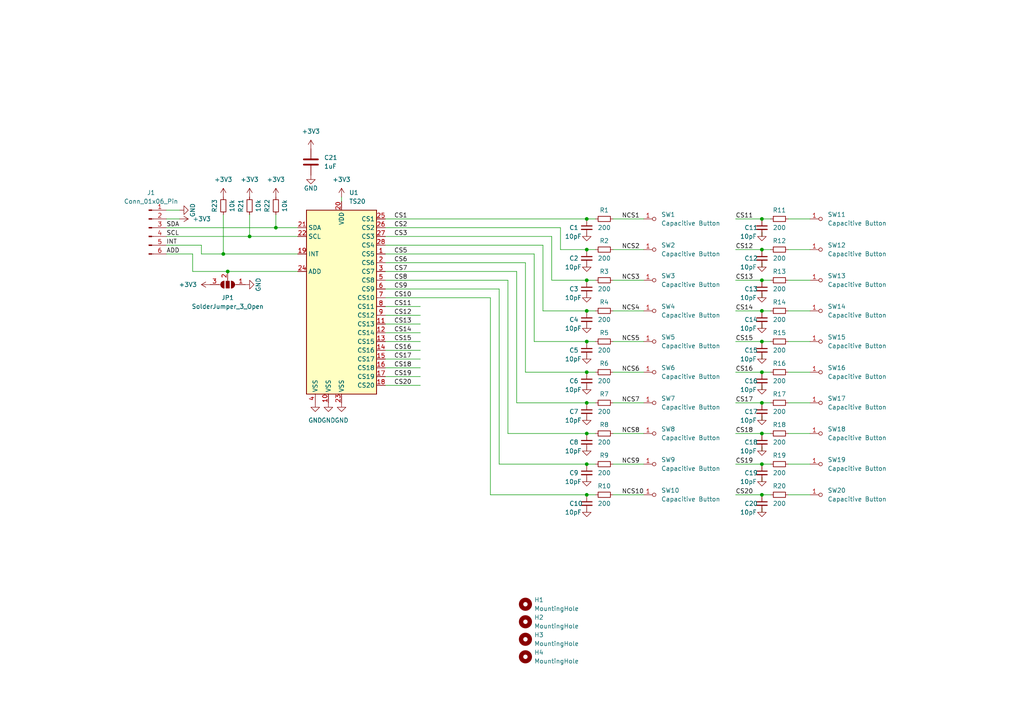
<source format=kicad_sch>
(kicad_sch (version 20231120) (generator "eeschema") (generator_version "8.0")
  (paper "A4")
  (lib_symbols
    (symbol "+3V3_1" (power) (pin_numbers hide) (pin_names (offset 0) hide)
      (property "Value" "+3V3_1" (at 0 3.556 0))
      (symbol "+3V3_1_0_1"
        (polyline (pts (xy -0.762 1.27) (xy 0 2.54)))
        (polyline (pts (xy 0 0) (xy 0 2.54)))
        (polyline (pts (xy 0 2.54) (xy 0.762 1.27)))
      )
      (symbol "+3V3_1_1_1"
        (pin power_in line (at 0 0 90) (length 0) hide (name "+3V3") (number "1"))
      )
    )
    (symbol "Connector:Conn_01x06_Pin" (pin_names (offset 1.016) hide)
      (property "Reference" "J" (at 0 7.62 0))
      (property "Value" "Conn_01x06_Pin" (at 0 -10.16 0))
      (symbol "Conn_01x06_Pin_1_1"
        (polyline (pts (xy 1.27 -7.62) (xy 0.8636 -7.62)) (stroke (width 0.1524)))
        (polyline (pts (xy 1.27 -5.08) (xy 0.8636 -5.08)) (stroke (width 0.1524)))
        (polyline (pts (xy 1.27 -2.54) (xy 0.8636 -2.54)) (stroke (width 0.1524)))
        (polyline (pts (xy 1.27 0) (xy 0.8636 0)) (stroke (width 0.1524)))
        (polyline (pts (xy 1.27 2.54) (xy 0.8636 2.54)) (stroke (width 0.1524)))
        (polyline (pts (xy 1.27 5.08) (xy 0.8636 5.08)) (stroke (width 0.1524)))
        (rectangle (start 0.8636 -7.493) (end 0 -7.747) (stroke (width 0.1524)) (fill (type outline)))
        (rectangle (start 0.8636 -4.953) (end 0 -5.207) (stroke (width 0.1524)) (fill (type outline)))
        (rectangle (start 0.8636 -2.413) (end 0 -2.667) (stroke (width 0.1524)) (fill (type outline)))
        (rectangle (start 0.8636 0.127) (end 0 -0.127) (stroke (width 0.1524)) (fill (type outline)))
        (rectangle (start 0.8636 2.667) (end 0 2.413) (stroke (width 0.1524)) (fill (type outline)))
        (rectangle (start 0.8636 5.207) (end 0 4.953) (stroke (width 0.1524)) (fill (type outline)))
        (pin passive line (at 5.08 5.08 180) (length 3.81) (name "Pin_1") (number "1"))
        (pin passive line (at 5.08 2.54 180) (length 3.81) (name "Pin_2") (number "2"))
        (pin passive line (at 5.08 0 180) (length 3.81) (name "Pin_3") (number "3"))
        (pin passive line (at 5.08 -2.54 180) (length 3.81) (name "Pin_4") (number "4"))
        (pin passive line (at 5.08 -5.08 180) (length 3.81) (name "Pin_5") (number "5"))
        (pin passive line (at 5.08 -7.62 180) (length 3.81) (name "Pin_6") (number "6"))
      )
    )
    (symbol "Device:C" (pin_numbers hide) (pin_names (offset 0.254))
      (property "Reference" "C" (at 0.635 2.54 0))
      (property "Value" "C" (at 0.635 -2.54 0))
      (symbol "C_0_1"
        (polyline (pts (xy -2.032 -0.762) (xy 2.032 -0.762)) (stroke (width 0.508)))
        (polyline (pts (xy -2.032 0.762) (xy 2.032 0.762)) (stroke (width 0.508)))
      )
      (symbol "C_1_1"
        (pin passive line (at 0 3.81 270) (length 2.794) (name "~") (number "1"))
        (pin passive line (at 0 -3.81 90) (length 2.794) (name "~") (number "2"))
      )
    )
    (symbol "Device:C_Small" (pin_numbers hide) (pin_names (offset 0.254) hide)
      (property "Reference" "C" (at 0.254 1.778 0))
      (property "Value" "C_Small" (at 0.254 -2.032 0))
      (symbol "C_Small_0_1"
        (polyline (pts (xy -1.524 -0.508) (xy 1.524 -0.508)) (stroke (width 0.3302)))
        (polyline (pts (xy -1.524 0.508) (xy 1.524 0.508)) (stroke (width 0.3048)))
      )
      (symbol "C_Small_1_1"
        (pin passive line (at 0 2.54 270) (length 2.032) (name "~") (number "1"))
        (pin passive line (at 0 -2.54 90) (length 2.032) (name "~") (number "2"))
      )
    )
    (symbol "Device:R_Small" (pin_numbers hide) (pin_names (offset 0.254) hide)
      (property "Reference" "R" (at 0.762 0.508 0))
      (property "Value" "R_Small" (at 0.762 -1.016 0))
      (symbol "R_Small_0_1"
        (rectangle (start -0.762 1.778) (end 0.762 -1.778) (stroke (width 0.2032)))
      )
      (symbol "R_Small_1_1"
        (pin passive line (at 0 2.54 270) (length 0.762) (name "~") (number "1"))
        (pin passive line (at 0 -2.54 90) (length 0.762) (name "~") (number "2"))
      )
    )
    (symbol "Jumper:SolderJumper_3_Open" (pin_names (offset 0) hide)
      (property "Reference" "JP" (at -2.54 -2.54 0))
      (property "Value" "SolderJumper_3_Open" (at 0 2.794 0))
      (symbol "SolderJumper_3_Open_0_1"
        (arc (start -1.016 1.016) (mid -2.0276 0) (end -1.016 -1.016))
        (arc (start -1.016 1.016) (mid -2.0276 0) (end -1.016 -1.016) (fill (type outline)))
        (rectangle (start -0.508 1.016) (end 0.508 -1.016) (fill (type outline)))
        (polyline (pts (xy -2.54 0) (xy -2.032 0)))
        (polyline (pts (xy -1.016 1.016) (xy -1.016 -1.016)))
        (polyline (pts (xy 0 -1.27) (xy 0 -1.016)))
        (polyline (pts (xy 1.016 1.016) (xy 1.016 -1.016)))
        (polyline (pts (xy 2.54 0) (xy 2.032 0)))
        (arc (start 1.016 -1.016) (mid 2.0276 0) (end 1.016 1.016))
        (arc (start 1.016 -1.016) (mid 2.0276 0) (end 1.016 1.016) (fill (type outline)))
      )
      (symbol "SolderJumper_3_Open_1_1"
        (pin passive line (at -5.08 0 0) (length 2.54) (name "A") (number "1"))
        (pin passive line (at 0 -3.81 90) (length 2.54) (name "C") (number "2"))
        (pin passive line (at 5.08 0 180) (length 2.54) (name "B") (number "3"))
      )
    )
    (symbol "Mechanical:MountingHole" (pin_names (offset 1.016))
      (property "Reference" "H" (at 0 5.08 0))
      (property "Value" "MountingHole" (at 0 3.175 0))
      (symbol "MountingHole_0_1"
        (circle (center 0 0) (radius 1.27) (stroke (width 1.27)))
      )
    )
    (symbol "SparkFun-Switch:Capacitive Button" (pin_names (offset 0) hide)
      (property "Reference" "SW" (at 0 5.08 0))
      (property "Value" "Capacitive Button" (at 0 -2.54 0))
      (symbol "Capacitive Button_0_0"
        (circle (center 0 3.048) (radius 0.508))
      )
      (symbol "Capacitive Button_1_1"
        (pin passive line (at 0 0 90) (length 2.54) (name "A") (number "1"))
      )
    )
    (symbol "power:+3V3" (power) (pin_numbers hide) (pin_names (offset 0) hide)
      (property "Value" "+3V3" (at 0 3.556 0))
      (symbol "+3V3_0_1"
        (polyline (pts (xy -0.762 1.27) (xy 0 2.54)))
        (polyline (pts (xy 0 0) (xy 0 2.54)))
        (polyline (pts (xy 0 2.54) (xy 0.762 1.27)))
      )
      (symbol "+3V3_1_1"
        (pin power_in line (at 0 0 90) (length 0) hide (name "+3V3") (number "1"))
      )
    )
    (symbol "power:GND" (power) (pin_numbers hide) (pin_names (offset 0) hide)
      (property "Value" "GND" (at 0 -3.81 0))
      (symbol "GND_0_1"
        (polyline (pts (xy 0 0) (xy 0 -1.27) (xy 1.27 -1.27) (xy 0 -2.54) (xy -1.27 -1.27) (xy 0 -1.27)))
      )
      (symbol "GND_1_1"
        (pin power_in line (at 0 0 270) (length 0) hide (name "GND") (number "1"))
      )
    )
    (symbol "ts20:TS20_touch_sensor"
      (property "Reference" "U" (at -10.16 27.94 0))
      (property "Value" "TS20" (at 6.35 27.94 0))
      (symbol "TS20_touch_sensor_0_1"
        (rectangle (start -10.16 26.67) (end 10.16 -26.67) (stroke (width 0.254)) (fill (type background)))
      )
      (symbol "TS20_touch_sensor_1_1"
        (pin passive line (at 12.7 13.97 180) (length 2.54) (name "CS5") (number "1"))
        (pin power_in line (at -3.81 -29.21 90) (length 2.54) (name "VSS") (number "10"))
        (pin passive line (at 12.7 -6.35 180) (length 2.54) (name "CS13") (number "11"))
        (pin passive line (at 12.7 -8.89 180) (length 2.54) (name "CS14") (number "12"))
        (pin passive line (at 12.7 -11.43 180) (length 2.54) (name "CS15") (number "13"))
        (pin passive line (at 12.7 -13.97 180) (length 2.54) (name "CS16") (number "14"))
        (pin passive line (at 12.7 -16.51 180) (length 2.54) (name "CS17") (number "15"))
        (pin passive line (at 12.7 -19.05 180) (length 2.54) (name "CS18") (number "16"))
        (pin passive line (at 12.7 -21.59 180) (length 2.54) (name "CS19") (number "17"))
        (pin passive line (at 12.7 -24.13 180) (length 2.54) (name "CS20") (number "18"))
        (pin open_collector line (at -12.7 13.97 0) (length 2.54) (name "INT") (number "19"))
        (pin passive line (at 12.7 11.43 180) (length 2.54) (name "CS6") (number "2"))
        (pin power_in line (at 0 29.21 270) (length 2.54) (name "VDD") (number "20"))
        (pin bidirectional line (at -12.7 21.59 0) (length 2.54) (name "SDA") (number "21"))
        (pin input line (at -12.7 19.05 0) (length 2.54) (name "SCL") (number "22"))
        (pin power_in line (at 0 -29.21 90) (length 2.54) (name "VSS") (number "23"))
        (pin input line (at -12.7 8.89 0) (length 2.54) (name "ADD") (number "24"))
        (pin passive line (at 12.7 24.13 180) (length 2.54) (name "CS1") (number "25"))
        (pin passive line (at 12.7 21.59 180) (length 2.54) (name "CS2") (number "26"))
        (pin passive line (at 12.7 19.05 180) (length 2.54) (name "CS3") (number "27"))
        (pin passive line (at 12.7 16.51 180) (length 2.54) (name "CS4") (number "28"))
        (pin passive line (at 12.7 8.89 180) (length 2.54) (name "CS7") (number "3"))
        (pin power_in line (at -7.62 -29.21 90) (length 2.54) (name "VSS") (number "4"))
        (pin passive line (at 12.7 6.35 180) (length 2.54) (name "CS8") (number "5"))
        (pin passive line (at 12.7 3.81 180) (length 2.54) (name "CS9") (number "6"))
        (pin passive line (at 12.7 1.27 180) (length 2.54) (name "CS10") (number "7"))
        (pin passive line (at 12.7 -1.27 180) (length 2.54) (name "CS11") (number "8"))
        (pin passive line (at 12.7 -3.81 180) (length 2.54) (name "CS12") (number "9"))
      )
    )
  )
  (junction (at 170.18 143.51))
  (junction (at 170.18 107.95))
  (junction (at 170.18 81.28))
  (junction (at 170.18 116.84))
  (junction (at 220.98 72.39))
  (junction (at 170.18 63.5))
  (junction (at 170.18 72.39))
  (junction (at 66.04 78.74))
  (junction (at 220.98 107.95))
  (junction (at 220.98 90.17))
  (junction (at 220.98 81.28))
  (junction (at 170.18 125.73))
  (junction (at 64.77 73.66))
  (junction (at 220.98 116.84))
  (junction (at 170.18 134.62))
  (junction (at 220.98 63.5))
  (junction (at 220.98 99.06))
  (junction (at 80.01 66.04))
  (junction (at 72.39 68.58))
  (junction (at 220.98 134.62))
  (junction (at 170.18 90.17))
  (junction (at 220.98 125.73))
  (junction (at 220.98 143.51))
  (junction (at 170.18 99.06))
  (wire (pts (xy 177.8 116.84) (xy 186.69 116.84)))
  (wire (pts (xy 228.6 143.51) (xy 234.95 143.51)))
  (wire (pts (xy 177.8 99.06) (xy 186.69 99.06)))
  (wire (pts (xy 170.18 63.5) (xy 172.72 63.5)))
  (wire (pts (xy 147.32 125.73) (xy 170.18 125.73)))
  (wire (pts (xy 177.8 90.17) (xy 186.69 90.17)))
  (wire (pts (xy 170.18 90.17) (xy 172.72 90.17)))
  (wire (pts (xy 111.76 73.66) (xy 154.94 73.66)))
  (wire (pts (xy 220.98 125.73) (xy 223.52 125.73)))
  (wire (pts (xy 213.36 72.39) (xy 220.98 72.39)))
  (wire (pts (xy 72.39 62.23) (xy 72.39 68.58)))
  (wire (pts (xy 170.18 111.76) (xy 170.18 113.03)))
  (wire (pts (xy 111.76 109.22) (xy 121.92 109.22)))
  (wire (pts (xy 213.36 116.84) (xy 220.98 116.84)))
  (wire (pts (xy 213.36 134.62) (xy 220.98 134.62)))
  (wire (pts (xy 99.06 57.15) (xy 99.06 58.42)))
  (wire (pts (xy 213.36 90.17) (xy 220.98 90.17)))
  (wire (pts (xy 213.36 143.51) (xy 220.98 143.51)))
  (wire (pts (xy 228.6 125.73) (xy 234.95 125.73)))
  (wire (pts (xy 170.18 85.09) (xy 170.18 86.36)))
  (wire (pts (xy 170.18 147.32) (xy 170.18 148.59)))
  (wire (pts (xy 111.76 111.76) (xy 121.92 111.76)))
  (wire (pts (xy 162.56 66.04) (xy 111.76 66.04)))
  (wire (pts (xy 220.98 138.43) (xy 220.98 139.7)))
  (wire (pts (xy 170.18 143.51) (xy 172.72 143.51)))
  (wire (pts (xy 111.76 81.28) (xy 147.32 81.28)))
  (wire (pts (xy 157.48 90.17) (xy 170.18 90.17)))
  (wire (pts (xy 170.18 72.39) (xy 172.72 72.39)))
  (wire (pts (xy 220.98 129.54) (xy 220.98 130.81)))
  (wire (pts (xy 170.18 116.84) (xy 172.72 116.84)))
  (wire (pts (xy 186.69 63.5) (xy 177.8 63.5)))
  (wire (pts (xy 149.86 116.84) (xy 170.18 116.84)))
  (wire (pts (xy 111.76 99.06) (xy 121.92 99.06)))
  (wire (pts (xy 142.24 143.51) (xy 170.18 143.51)))
  (wire (pts (xy 220.98 67.31) (xy 220.98 68.58)))
  (wire (pts (xy 220.98 143.51) (xy 223.52 143.51)))
  (wire (pts (xy 157.48 71.12) (xy 157.48 90.17)))
  (wire (pts (xy 220.98 90.17) (xy 223.52 90.17)))
  (wire (pts (xy 228.6 63.5) (xy 234.95 63.5)))
  (wire (pts (xy 111.76 63.5) (xy 170.18 63.5)))
  (wire (pts (xy 170.18 76.2) (xy 170.18 77.47)))
  (wire (pts (xy 170.18 129.54) (xy 170.18 130.81)))
  (wire (pts (xy 52.07 63.5) (xy 48.26 63.5)))
  (wire (pts (xy 147.32 81.28) (xy 147.32 125.73)))
  (wire (pts (xy 111.76 101.6) (xy 121.92 101.6)))
  (wire (pts (xy 111.76 76.2) (xy 152.4 76.2)))
  (wire (pts (xy 213.36 125.73) (xy 220.98 125.73)))
  (wire (pts (xy 220.98 63.5) (xy 223.52 63.5)))
  (wire (pts (xy 80.01 62.23) (xy 80.01 66.04)))
  (wire (pts (xy 160.02 81.28) (xy 170.18 81.28)))
  (wire (pts (xy 170.18 93.98) (xy 170.18 95.25)))
  (wire (pts (xy 213.36 63.5) (xy 220.98 63.5)))
  (wire (pts (xy 144.78 134.62) (xy 170.18 134.62)))
  (wire (pts (xy 142.24 86.36) (xy 142.24 143.51)))
  (wire (pts (xy 154.94 73.66) (xy 154.94 99.06)))
  (wire (pts (xy 111.76 71.12) (xy 157.48 71.12)))
  (wire (pts (xy 66.04 78.74) (xy 86.36 78.74)))
  (wire (pts (xy 177.8 134.62) (xy 186.69 134.62)))
  (wire (pts (xy 111.76 68.58) (xy 160.02 68.58)))
  (wire (pts (xy 177.8 143.51) (xy 186.69 143.51)))
  (wire (pts (xy 58.42 73.66) (xy 58.42 71.12)))
  (wire (pts (xy 220.98 76.2) (xy 220.98 77.47)))
  (wire (pts (xy 228.6 90.17) (xy 234.95 90.17)))
  (wire (pts (xy 220.98 93.98) (xy 220.98 95.25)))
  (wire (pts (xy 220.98 85.09) (xy 220.98 86.36)))
  (wire (pts (xy 213.36 107.95) (xy 220.98 107.95)))
  (wire (pts (xy 228.6 107.95) (xy 234.95 107.95)))
  (wire (pts (xy 144.78 83.82) (xy 144.78 134.62)))
  (wire (pts (xy 64.77 73.66) (xy 58.42 73.66)))
  (wire (pts (xy 228.6 72.39) (xy 234.95 72.39)))
  (wire (pts (xy 170.18 67.31) (xy 170.18 68.58)))
  (wire (pts (xy 152.4 107.95) (xy 170.18 107.95)))
  (wire (pts (xy 160.02 68.58) (xy 160.02 81.28)))
  (wire (pts (xy 86.36 73.66) (xy 64.77 73.66)))
  (wire (pts (xy 48.26 66.04) (xy 80.01 66.04)))
  (wire (pts (xy 111.76 104.14) (xy 121.92 104.14)))
  (wire (pts (xy 170.18 125.73) (xy 172.72 125.73)))
  (wire (pts (xy 170.18 102.87) (xy 170.18 104.14)))
  (wire (pts (xy 186.69 107.95) (xy 177.8 107.95)))
  (wire (pts (xy 80.01 66.04) (xy 86.36 66.04)))
  (wire (pts (xy 111.76 83.82) (xy 144.78 83.82)))
  (wire (pts (xy 170.18 99.06) (xy 172.72 99.06)))
  (wire (pts (xy 220.98 147.32) (xy 220.98 148.59)))
  (wire (pts (xy 58.42 71.12) (xy 48.26 71.12)))
  (wire (pts (xy 220.98 102.87) (xy 220.98 104.14)))
  (wire (pts (xy 154.94 99.06) (xy 170.18 99.06)))
  (wire (pts (xy 220.98 120.65) (xy 220.98 121.92)))
  (wire (pts (xy 228.6 81.28) (xy 234.95 81.28)))
  (wire (pts (xy 220.98 107.95) (xy 223.52 107.95)))
  (wire (pts (xy 213.36 81.28) (xy 220.98 81.28)))
  (wire (pts (xy 111.76 86.36) (xy 142.24 86.36)))
  (wire (pts (xy 111.76 93.98) (xy 121.92 93.98)))
  (wire (pts (xy 55.88 78.74) (xy 66.04 78.74)))
  (wire (pts (xy 111.76 91.44) (xy 121.92 91.44)))
  (wire (pts (xy 170.18 134.62) (xy 172.72 134.62)))
  (wire (pts (xy 170.18 107.95) (xy 172.72 107.95)))
  (wire (pts (xy 220.98 134.62) (xy 223.52 134.62)))
  (wire (pts (xy 220.98 99.06) (xy 223.52 99.06)))
  (wire (pts (xy 220.98 72.39) (xy 223.52 72.39)))
  (wire (pts (xy 228.6 99.06) (xy 234.95 99.06)))
  (wire (pts (xy 220.98 116.84) (xy 223.52 116.84)))
  (wire (pts (xy 220.98 81.28) (xy 223.52 81.28)))
  (wire (pts (xy 111.76 88.9) (xy 121.92 88.9)))
  (wire (pts (xy 48.26 68.58) (xy 72.39 68.58)))
  (wire (pts (xy 213.36 99.06) (xy 220.98 99.06)))
  (wire (pts (xy 149.86 78.74) (xy 149.86 116.84)))
  (wire (pts (xy 170.18 138.43) (xy 170.18 139.7)))
  (wire (pts (xy 152.4 76.2) (xy 152.4 107.95)))
  (wire (pts (xy 177.8 72.39) (xy 186.69 72.39)))
  (wire (pts (xy 228.6 116.84) (xy 234.95 116.84)))
  (wire (pts (xy 170.18 81.28) (xy 172.72 81.28)))
  (wire (pts (xy 177.8 125.73) (xy 186.69 125.73)))
  (wire (pts (xy 111.76 96.52) (xy 121.92 96.52)))
  (wire (pts (xy 162.56 72.39) (xy 162.56 66.04)))
  (wire (pts (xy 170.18 120.65) (xy 170.18 121.92)))
  (wire (pts (xy 64.77 62.23) (xy 64.77 73.66)))
  (wire (pts (xy 111.76 106.68) (xy 121.92 106.68)))
  (wire (pts (xy 55.88 78.74) (xy 55.88 73.66)))
  (wire (pts (xy 111.76 78.74) (xy 149.86 78.74)))
  (wire (pts (xy 72.39 68.58) (xy 86.36 68.58)))
  (wire (pts (xy 220.98 111.76) (xy 220.98 113.03)))
  (wire (pts (xy 170.18 72.39) (xy 162.56 72.39)))
  (wire (pts (xy 177.8 81.28) (xy 186.69 81.28)))
  (wire (pts (xy 52.07 60.96) (xy 48.26 60.96)))
  (wire (pts (xy 228.6 134.62) (xy 234.95 134.62)))
  (wire (pts (xy 55.88 73.66) (xy 48.26 73.66)))
  (label "CS18" (at 213.36 125.73 0))
  (label "CS5" (at 114.3 73.66 0))
  (label "CS1" (at 114.3 63.5 0))
  (label "CS11" (at 213.36 63.5 0))
  (label "ADD" (at 48.26 73.66 0))
  (label "CS13" (at 114.3 93.98 0))
  (label "NCS3" (at 180.34 81.28 0))
  (label "CS12" (at 213.36 72.39 0))
  (label "CS15" (at 114.3 99.06 0))
  (label "CS10" (at 114.3 86.36 0))
  (label "CS6" (at 114.3 76.2 0))
  (label "CS20" (at 213.36 143.51 0))
  (label "SCL" (at 48.26 68.58 0))
  (label "CS14" (at 213.36 90.17 0))
  (label "CS11" (at 114.3 88.9 0))
  (label "CS20" (at 114.3 111.76 0))
  (label "NCS4" (at 180.34 90.17 0))
  (label "CS17" (at 114.3 104.14 0))
  (label "NCS8" (at 180.34 125.73 0))
  (label "NCS1" (at 180.34 63.5 0))
  (label "CS19" (at 114.3 109.22 0))
  (label "CS2" (at 114.3 66.04 0))
  (label "CS7" (at 114.3 78.74 0))
  (label "CS19" (at 213.36 134.62 0))
  (label "CS15" (at 213.36 99.06 0))
  (label "CS17" (at 213.36 116.84 0))
  (label "CS16" (at 213.36 107.95 0))
  (label "SDA" (at 48.26 66.04 0))
  (label "CS3" (at 114.3 68.58 0))
  (label "CS9" (at 114.3 83.82 0))
  (label "CS13" (at 213.36 81.28 0))
  (label "CS16" (at 114.3 101.6 0))
  (label "CS18" (at 114.3 106.68 0))
  (label "INT" (at 48.26 71.12 0))
  (label "CS14" (at 114.3 96.52 0))
  (label "NCS9" (at 180.34 134.62 0))
  (label "NCS7" (at 180.34 116.84 0))
  (label "CS12" (at 114.3 91.44 0))
  (label "NCS2" (at 180.34 72.39 0))
  (label "NCS5" (at 180.34 99.06 0))
  (label "NCS10" (at 180.34 143.51 0))
  (label "NCS6" (at 180.34 107.95 0))
  (label "CS8" (at 114.3 81.28 0))
  (symbol (lib_id "Device:C_Small") (at 170.18 74.93 0) (unit 1)
    (property "Reference" "C2" (at 165.1 74.93 0) (effects (justify left)))
    (property "Value" "10pF" (at 163.83 77.47 0) (effects (justify left)))
    (property "Footprint" "Capacitor_SMD:C_0603_1608Metric" (effects (hide yes)))
  )
  (symbol (lib_id "Device:R_Small") (at 175.26 90.17 90) (unit 1)
    (property "Reference" "R4" (at 175.26 87.63 90))
    (property "Value" "200" (at 175.26 92.71 90))
    (property "Footprint" "Resistor_SMD:R_0603_1608Metric" (effects (hide yes)))
  )
  (symbol (lib_id "power:+3V3") (at 99.06 57.15 0) (unit 1)
    (property "Reference" "#PWR02" (effects (hide yes)))
    (property "Value" "+3V3" (at 99.06 52.07 0))
  )
  (symbol (lib_id "Jumper:SolderJumper_3_Open") (at 66.04 82.55 180) (unit 1)
    (property "Reference" "JP1" (at 66.04 86.36 0))
    (property "Value" "SolderJumper_3_Open" (at 66.04 88.9 0))
    (property "Footprint" "Jumper:SolderJumper-3_P1.3mm_Open_RoundedPad1.0x1.5mm" (effects (hide yes)))
  )
  (symbol (lib_id "Device:C_Small") (at 220.98 83.82 0) (unit 1)
    (property "Reference" "C13" (at 215.9 83.82 0) (effects (justify left)))
    (property "Value" "10pF" (at 214.63 86.36 0) (effects (justify left)))
    (property "Footprint" "Capacitor_SMD:C_0603_1608Metric" (effects (hide yes)))
  )
  (symbol (lib_id "SparkFun-Switch:Capacitive Button") (at 234.95 63.5 270) (unit 1)
    (property "Reference" "SW11" (at 240.03 62.23 90) (effects (justify left)))
    (property "Value" "Capacitive Button" (at 240.03 64.77 90) (effects (justify left)))
    (property "Footprint" "SparkFun-Switch:Pad-CapacitiveTouch" (effects (hide yes)))
  )
  (symbol (lib_id "Device:R_Small") (at 175.26 72.39 90) (unit 1)
    (property "Reference" "R2" (at 175.26 69.85 90))
    (property "Value" "200" (at 175.26 74.93 90))
    (property "Footprint" "Resistor_SMD:R_0603_1608Metric" (effects (hide yes)))
  )
  (symbol (lib_id "power:GND") (at 170.18 76.2 0) (unit 1)
    (property "Reference" "#PWR08" (effects (hide yes)))
    (property "Value" "GND" (effects (hide yes)))
  )
  (symbol (lib_id "Device:C_Small") (at 220.98 110.49 0) (unit 1)
    (property "Reference" "C16" (at 215.9 110.49 0) (effects (justify left)))
    (property "Value" "10pF" (at 214.63 113.03 0) (effects (justify left)))
    (property "Footprint" "Capacitor_SMD:C_0603_1608Metric" (effects (hide yes)))
  )
  (symbol (lib_id "power:GND") (at 91.44 116.84 0) (unit 1)
    (property "Reference" "#PWR04" (effects (hide yes)))
    (property "Value" "GND" (at 91.44 121.92 0))
  )
  (symbol (lib_id "Device:C_Small") (at 170.18 137.16 0) (unit 1)
    (property "Reference" "C9" (at 165.1 137.16 0) (effects (justify left)))
    (property "Value" "10pF" (at 163.83 139.7 0) (effects (justify left)))
    (property "Footprint" "Capacitor_SMD:C_0603_1608Metric" (effects (hide yes)))
  )
  (symbol (lib_id "power:GND") (at 220.98 147.32 0) (unit 1)
    (property "Reference" "#PWR033" (effects (hide yes)))
    (property "Value" "GND" (effects (hide yes)))
  )
  (symbol (lib_id "Device:C_Small") (at 220.98 92.71 0) (unit 1)
    (property "Reference" "C14" (at 215.9 92.71 0) (effects (justify left)))
    (property "Value" "10pF" (at 214.63 95.25 0) (effects (justify left)))
    (property "Footprint" "Capacitor_SMD:C_0603_1608Metric" (effects (hide yes)))
  )
  (symbol (lib_id "Device:C") (at 90.17 46.99 0) (unit 1)
    (property "Reference" "C21" (at 93.98 45.7199 0) (effects (justify left)))
    (property "Value" "1uF" (at 93.98 48.2599 0) (effects (justify left)))
    (property "Footprint" "Capacitor_SMD:C_0603_1608Metric" (effects (hide yes)))
  )
  (symbol (lib_id "Device:R_Small") (at 80.01 59.69 180) (unit 1)
    (property "Reference" "R22" (at 77.47 59.69 90))
    (property "Value" "10k" (at 82.55 59.69 90))
    (property "Footprint" "Resistor_SMD:R_0603_1608Metric" (effects (hide yes)))
  )
  (symbol (lib_id "Device:C_Small") (at 220.98 128.27 0) (unit 1)
    (property "Reference" "C18" (at 215.9 128.27 0) (effects (justify left)))
    (property "Value" "10pF" (at 214.63 130.81 0) (effects (justify left)))
    (property "Footprint" "Capacitor_SMD:C_0603_1608Metric" (effects (hide yes)))
  )
  (symbol (lib_id "SparkFun-Switch:Capacitive Button") (at 234.95 107.95 270) (unit 1)
    (property "Reference" "SW16" (at 240.03 106.68 90) (effects (justify left)))
    (property "Value" "Capacitive Button" (at 240.03 109.22 90) (effects (justify left)))
    (property "Footprint" "SparkFun-Switch:Pad-CapacitiveTouch" (effects (hide yes)))
  )
  (symbol (lib_id "power:GND") (at 220.98 85.09 0) (unit 1)
    (property "Reference" "#PWR026" (effects (hide yes)))
    (property "Value" "GND" (effects (hide yes)))
  )
  (symbol (lib_id "Device:C_Small") (at 220.98 66.04 0) (unit 1)
    (property "Reference" "C11" (at 215.9 66.04 0) (effects (justify left)))
    (property "Value" "10pF" (at 214.63 68.58 0) (effects (justify left)))
    (property "Footprint" "Capacitor_SMD:C_0603_1608Metric" (effects (hide yes)))
  )
  (symbol (lib_id "Device:C_Small") (at 170.18 83.82 0) (unit 1)
    (property "Reference" "C3" (at 165.1 83.82 0) (effects (justify left)))
    (property "Value" "10pF" (at 163.83 86.36 0) (effects (justify left)))
    (property "Footprint" "Capacitor_SMD:C_0603_1608Metric" (effects (hide yes)))
  )
  (symbol (lib_id "Device:C_Small") (at 170.18 110.49 0) (unit 1)
    (property "Reference" "C6" (at 165.1 110.49 0) (effects (justify left)))
    (property "Value" "10pF" (at 163.83 113.03 0) (effects (justify left)))
    (property "Footprint" "Capacitor_SMD:C_0603_1608Metric" (effects (hide yes)))
  )
  (symbol (lib_id "SparkFun-Switch:Capacitive Button") (at 186.69 90.17 270) (unit 1)
    (property "Reference" "SW4" (at 191.77 88.9 90) (effects (justify left)))
    (property "Value" "Capacitive Button" (at 191.77 91.44 90) (effects (justify left)))
    (property "Footprint" "SparkFun-Switch:Pad-CapacitiveTouch" (effects (hide yes)))
  )
  (symbol (lib_id "SparkFun-Switch:Capacitive Button") (at 234.95 143.51 270) (unit 1)
    (property "Reference" "SW20" (at 240.03 142.24 90) (effects (justify left)))
    (property "Value" "Capacitive Button" (at 240.03 144.78 90) (effects (justify left)))
    (property "Footprint" "SparkFun-Switch:Pad-CapacitiveTouch" (effects (hide yes)))
  )
  (symbol (lib_id "Device:R_Small") (at 72.39 59.69 180) (unit 1)
    (property "Reference" "R21" (at 69.85 59.69 90))
    (property "Value" "10k" (at 74.93 59.69 90))
    (property "Footprint" "Resistor_SMD:R_0603_1608Metric" (effects (hide yes)))
  )
  (symbol (lib_id "Device:R_Small") (at 226.06 63.5 90) (unit 1)
    (property "Reference" "R11" (at 226.06 60.96 90))
    (property "Value" "200" (at 226.06 66.04 90))
    (property "Footprint" "Resistor_SMD:R_0603_1608Metric" (effects (hide yes)))
  )
  (symbol (lib_id "Device:R_Small") (at 175.26 107.95 90) (unit 1)
    (property "Reference" "R6" (at 175.26 105.41 90))
    (property "Value" "200" (at 175.26 110.49 90))
    (property "Footprint" "Resistor_SMD:R_0603_1608Metric" (effects (hide yes)))
  )
  (symbol (lib_id "ts20:TS20_touch_sensor") (at 99.06 87.63 0) (unit 1)
    (property "Reference" "U1" (at 101.2541 55.88 0) (effects (justify left)))
    (property "Value" "TS20" (at 101.2541 58.42 0) (effects (justify left)))
    (property "Footprint" "Package_SO:TSSOP-28_4.4x9.7mm_P0.65mm" (effects (hide yes)))
    (property "Datasheet" "https://datasheet.lcsc.com/lcsc/1809101824_AD-Semicon-TS20_C95876.pdf" (effects (hide yes)))
    (property "Description" "20ch Touch Sensor controller, TSSOP28" (effects (hide yes)))
  )
  (symbol (lib_id "Device:R_Small") (at 226.06 81.28 90) (unit 1)
    (property "Reference" "R13" (at 226.06 78.74 90))
    (property "Value" "200" (at 226.06 83.82 90))
    (property "Footprint" "Resistor_SMD:R_0603_1608Metric" (effects (hide yes)))
  )
  (symbol (lib_id "power:GND") (at 220.98 76.2 0) (unit 1)
    (property "Reference" "#PWR025" (effects (hide yes)))
    (property "Value" "GND" (effects (hide yes)))
  )
  (symbol (lib_id "power:GND") (at 170.18 147.32 0) (unit 1)
    (property "Reference" "#PWR016" (effects (hide yes)))
    (property "Value" "GND" (effects (hide yes)))
  )
  (symbol (lib_id "SparkFun-Switch:Capacitive Button") (at 186.69 99.06 270) (unit 1)
    (property "Reference" "SW5" (at 191.77 97.79 90) (effects (justify left)))
    (property "Value" "Capacitive Button" (at 191.77 100.33 90) (effects (justify left)))
    (property "Footprint" "SparkFun-Switch:Pad-CapacitiveTouch" (effects (hide yes)))
  )
  (symbol (lib_id "SparkFun-Switch:Capacitive Button") (at 234.95 134.62 270) (unit 1)
    (property "Reference" "SW19" (at 240.03 133.35 90) (effects (justify left)))
    (property "Value" "Capacitive Button" (at 240.03 135.89 90) (effects (justify left)))
    (property "Footprint" "SparkFun-Switch:Pad-CapacitiveTouch" (effects (hide yes)))
  )
  (symbol (lib_id "SparkFun-Switch:Capacitive Button") (at 186.69 116.84 270) (unit 1)
    (property "Reference" "SW7" (at 191.77 115.57 90) (effects (justify left)))
    (property "Value" "Capacitive Button" (at 191.77 118.11 90) (effects (justify left)))
    (property "Footprint" "SparkFun-Switch:Pad-CapacitiveTouch" (effects (hide yes)))
  )
  (symbol (lib_id "power:GND") (at 71.12 82.55 90) (unit 1)
    (property "Reference" "#PWR021" (effects (hide yes)))
    (property "Value" "GND" (at 74.93 82.55 0))
  )
  (symbol (lib_id "power:GND") (at 95.25 116.84 0) (unit 1)
    (property "Reference" "#PWR05" (effects (hide yes)))
    (property "Value" "GND" (at 95.25 121.92 0))
  )
  (symbol (lib_id "Device:C_Small") (at 170.18 119.38 0) (unit 1)
    (property "Reference" "C7" (at 165.1 119.38 0) (effects (justify left)))
    (property "Value" "10pF" (at 163.83 121.92 0) (effects (justify left)))
    (property "Footprint" "Capacitor_SMD:C_0603_1608Metric" (effects (hide yes)))
  )
  (symbol (lib_id "power:GND") (at 220.98 129.54 0) (unit 1)
    (property "Reference" "#PWR031" (effects (hide yes)))
    (property "Value" "GND" (effects (hide yes)))
  )
  (symbol (lib_id "power:GND") (at 170.18 67.31 0) (unit 1)
    (property "Reference" "#PWR07" (effects (hide yes)))
    (property "Value" "GND" (effects (hide yes)))
  )
  (symbol (lib_id "SparkFun-Switch:Capacitive Button") (at 186.69 125.73 270) (unit 1)
    (property "Reference" "SW8" (at 191.77 124.46 90) (effects (justify left)))
    (property "Value" "Capacitive Button" (at 191.77 127 90) (effects (justify left)))
    (property "Footprint" "SparkFun-Switch:Pad-CapacitiveTouch" (effects (hide yes)))
  )
  (symbol (lib_id "power:GND") (at 170.18 138.43 0) (unit 1)
    (property "Reference" "#PWR015" (effects (hide yes)))
    (property "Value" "GND" (effects (hide yes)))
  )
  (symbol (lib_id "power:+3V3") (at 60.96 82.55 90) (unit 1)
    (property "Reference" "#PWR022" (effects (hide yes)))
    (property "Value" "+3V3" (at 57.15 82.55 90) (effects (justify left)))
  )
  (symbol (lib_id "power:+3V3") (at 52.07 63.5 270) (unit 1)
    (property "Reference" "#PWR019" (effects (hide yes)))
    (property "Value" "+3V3" (at 55.88 63.5 90) (effects (justify left)))
  )
  (symbol (lib_id "Device:C_Small") (at 220.98 74.93 0) (unit 1)
    (property "Reference" "C12" (at 215.9 74.93 0) (effects (justify left)))
    (property "Value" "10pF" (at 214.63 77.47 0) (effects (justify left)))
    (property "Footprint" "Capacitor_SMD:C_0603_1608Metric" (effects (hide yes)))
  )
  (symbol (lib_id "SparkFun-Switch:Capacitive Button") (at 186.69 81.28 270) (unit 1)
    (property "Reference" "SW3" (at 191.77 80.01 90) (effects (justify left)))
    (property "Value" "Capacitive Button" (at 191.77 82.55 90) (effects (justify left)))
    (property "Footprint" "SparkFun-Switch:Pad-CapacitiveTouch" (effects (hide yes)))
  )
  (symbol (lib_id "Device:C_Small") (at 170.18 101.6 0) (unit 1)
    (property "Reference" "C5" (at 165.1 101.6 0) (effects (justify left)))
    (property "Value" "10pF" (at 163.83 104.14 0) (effects (justify left)))
    (property "Footprint" "Capacitor_SMD:C_0603_1608Metric" (effects (hide yes)))
  )
  (symbol (lib_id "power:GND") (at 220.98 138.43 0) (unit 1)
    (property "Reference" "#PWR032" (effects (hide yes)))
    (property "Value" "GND" (effects (hide yes)))
  )
  (symbol (lib_id "Device:R_Small") (at 226.06 90.17 90) (unit 1)
    (property "Reference" "R14" (at 226.06 87.63 90))
    (property "Value" "200" (at 226.06 92.71 90))
    (property "Footprint" "Resistor_SMD:R_0603_1608Metric" (effects (hide yes)))
  )
  (symbol (lib_id "power:GND") (at 52.07 60.96 90) (unit 1)
    (property "Reference" "#PWR020" (effects (hide yes)))
    (property "Value" "GND" (at 55.88 60.96 0))
  )
  (symbol (lib_id "Device:R_Small") (at 64.77 59.69 180) (unit 1)
    (property "Reference" "R23" (at 62.23 59.69 90))
    (property "Value" "10k" (at 67.31 59.69 90))
    (property "Footprint" "Resistor_SMD:R_0603_1608Metric" (effects (hide yes)))
  )
  (symbol (lib_id "Device:R_Small") (at 175.26 116.84 90) (unit 1)
    (property "Reference" "R7" (at 175.26 114.3 90))
    (property "Value" "200" (at 175.26 119.38 90))
    (property "Footprint" "Resistor_SMD:R_0603_1608Metric" (effects (hide yes)))
  )
  (symbol (lib_id "Device:R_Small") (at 226.06 143.51 90) (unit 1)
    (property "Reference" "R20" (at 226.06 140.97 90))
    (property "Value" "200" (at 226.06 146.05 90))
    (property "Footprint" "Resistor_SMD:R_0603_1608Metric" (effects (hide yes)))
  )
  (symbol (lib_id "Device:C_Small") (at 220.98 137.16 0) (unit 1)
    (property "Reference" "C19" (at 215.9 137.16 0) (effects (justify left)))
    (property "Value" "10pF" (at 214.63 139.7 0) (effects (justify left)))
    (property "Footprint" "Capacitor_SMD:C_0603_1608Metric" (effects (hide yes)))
  )
  (symbol (lib_id "power:GND") (at 220.98 111.76 0) (unit 1)
    (property "Reference" "#PWR029" (effects (hide yes)))
    (property "Value" "GND" (effects (hide yes)))
  )
  (symbol (lib_id "SparkFun-Switch:Capacitive Button") (at 234.95 116.84 270) (unit 1)
    (property "Reference" "SW17" (at 240.03 115.57 90) (effects (justify left)))
    (property "Value" "Capacitive Button" (at 240.03 118.11 90) (effects (justify left)))
    (property "Footprint" "SparkFun-Switch:Pad-CapacitiveTouch" (effects (hide yes)))
  )
  (symbol (lib_id "power:GND") (at 170.18 85.09 0) (unit 1)
    (property "Reference" "#PWR09" (effects (hide yes)))
    (property "Value" "GND" (effects (hide yes)))
  )
  (symbol (lib_id "Device:R_Small") (at 226.06 116.84 90) (unit 1)
    (property "Reference" "R17" (at 226.06 114.3 90))
    (property "Value" "200" (at 226.06 119.38 90))
    (property "Footprint" "Resistor_SMD:R_0603_1608Metric" (effects (hide yes)))
  )
  (symbol (lib_id "power:+3V3") (at 80.01 57.15 0) (unit 1)
    (property "Reference" "#PWR017" (effects (hide yes)))
    (property "Value" "+3V3" (at 80.01 52.07 0))
  )
  (symbol (lib_id "Device:R_Small") (at 226.06 125.73 90) (unit 1)
    (property "Reference" "R18" (at 226.06 123.19 90))
    (property "Value" "200" (at 226.06 128.27 90))
    (property "Footprint" "Resistor_SMD:R_0603_1608Metric" (effects (hide yes)))
  )
  (symbol (lib_id "Mechanical:MountingHole") (at 152.4 185.42 0) (unit 1)
    (property "Reference" "H3" (at 154.94 184.15 0) (effects (justify left)))
    (property "Value" "MountingHole" (at 154.94 186.69 0) (effects (justify left)))
    (property "Footprint" "MountingHole:MountingHole_2.5mm" (effects (hide yes)))
  )
  (symbol (lib_id "Device:C_Small") (at 170.18 146.05 0) (unit 1)
    (property "Reference" "C10" (at 165.1 146.05 0) (effects (justify left)))
    (property "Value" "10pF" (at 163.83 148.59 0) (effects (justify left)))
    (property "Footprint" "Capacitor_SMD:C_0603_1608Metric" (effects (hide yes)))
  )
  (symbol (lib_id "power:+3V3") (at 64.77 57.15 0) (unit 1)
    (property "Reference" "#PWR023" (effects (hide yes)))
    (property "Value" "+3V3" (at 64.77 52.07 0))
  )
  (symbol (lib_id "SparkFun-Switch:Capacitive Button") (at 234.95 125.73 270) (unit 1)
    (property "Reference" "SW18" (at 240.03 124.46 90) (effects (justify left)))
    (property "Value" "Capacitive Button" (at 240.03 127 90) (effects (justify left)))
    (property "Footprint" "SparkFun-Switch:Pad-CapacitiveTouch" (effects (hide yes)))
  )
  (symbol (lib_id "SparkFun-Switch:Capacitive Button") (at 234.95 72.39 270) (unit 1)
    (property "Reference" "SW12" (at 240.03 71.12 90) (effects (justify left)))
    (property "Value" "Capacitive Button" (at 240.03 73.66 90) (effects (justify left)))
    (property "Footprint" "SparkFun-Switch:Pad-CapacitiveTouch" (effects (hide yes)))
  )
  (symbol (lib_id "power:GND") (at 220.98 67.31 0) (unit 1)
    (property "Reference" "#PWR024" (effects (hide yes)))
    (property "Value" "GND" (effects (hide yes)))
  )
  (symbol (lib_name "+3V3_1") (lib_id "power:+3V3") (at 90.17 43.18 0) (unit 1)
    (property "Reference" "#PWR01" (effects (hide yes)))
    (property "Value" "+3V3" (at 90.17 38.1 0))
  )
  (symbol (lib_id "Device:R_Small") (at 175.26 63.5 90) (unit 1)
    (property "Reference" "R1" (at 175.26 60.96 90))
    (property "Value" "200" (at 175.26 66.04 90))
    (property "Footprint" "Resistor_SMD:R_0603_1608Metric" (effects (hide yes)))
  )
  (symbol (lib_id "Device:R_Small") (at 175.26 125.73 90) (unit 1)
    (property "Reference" "R8" (at 175.26 123.19 90))
    (property "Value" "200" (at 175.26 128.27 90))
    (property "Footprint" "Resistor_SMD:R_0603_1608Metric" (effects (hide yes)))
  )
  (symbol (lib_id "Device:R_Small") (at 226.06 107.95 90) (unit 1)
    (property "Reference" "R16" (at 226.06 105.41 90))
    (property "Value" "200" (at 226.06 110.49 90))
    (property "Footprint" "Resistor_SMD:R_0603_1608Metric" (effects (hide yes)))
  )
  (symbol (lib_id "power:GND") (at 170.18 111.76 0) (unit 1)
    (property "Reference" "#PWR012" (effects (hide yes)))
    (property "Value" "GND" (effects (hide yes)))
  )
  (symbol (lib_id "power:GND") (at 170.18 93.98 0) (unit 1)
    (property "Reference" "#PWR010" (effects (hide yes)))
    (property "Value" "GND" (effects (hide yes)))
  )
  (symbol (lib_id "SparkFun-Switch:Capacitive Button") (at 186.69 107.95 270) (unit 1)
    (property "Reference" "SW6" (at 191.77 106.68 90) (effects (justify left)))
    (property "Value" "Capacitive Button" (at 191.77 109.22 90) (effects (justify left)))
    (property "Footprint" "SparkFun-Switch:Pad-CapacitiveTouch" (effects (hide yes)))
  )
  (symbol (lib_id "power:GND") (at 220.98 93.98 0) (unit 1)
    (property "Reference" "#PWR027" (effects (hide yes)))
    (property "Value" "GND" (effects (hide yes)))
  )
  (symbol (lib_id "Device:R_Small") (at 175.26 143.51 90) (unit 1)
    (property "Reference" "R10" (at 175.26 140.97 90))
    (property "Value" "200" (at 175.26 146.05 90))
    (property "Footprint" "Resistor_SMD:R_0603_1608Metric" (effects (hide yes)))
  )
  (symbol (lib_id "Device:R_Small") (at 226.06 72.39 90) (unit 1)
    (property "Reference" "R12" (at 226.06 69.85 90))
    (property "Value" "200" (at 226.06 74.93 90))
    (property "Footprint" "Resistor_SMD:R_0603_1608Metric" (effects (hide yes)))
  )
  (symbol (lib_id "Device:R_Small") (at 175.26 134.62 90) (unit 1)
    (property "Reference" "R9" (at 175.26 132.08 90))
    (property "Value" "200" (at 175.26 137.16 90))
    (property "Footprint" "Resistor_SMD:R_0603_1608Metric" (effects (hide yes)))
  )
  (symbol (lib_id "power:+3V3") (at 72.39 57.15 0) (unit 1)
    (property "Reference" "#PWR018" (effects (hide yes)))
    (property "Value" "+3V3" (at 72.39 52.07 0))
  )
  (symbol (lib_id "Device:C_Small") (at 220.98 101.6 0) (unit 1)
    (property "Reference" "C15" (at 215.9 101.6 0) (effects (justify left)))
    (property "Value" "10pF" (at 214.63 104.14 0) (effects (justify left)))
    (property "Footprint" "Capacitor_SMD:C_0603_1608Metric" (effects (hide yes)))
  )
  (symbol (lib_id "power:GND") (at 99.06 116.84 0) (unit 1)
    (property "Reference" "#PWR06" (effects (hide yes)))
    (property "Value" "GND" (at 99.06 121.92 0))
  )
  (symbol (lib_id "Mechanical:MountingHole") (at 152.4 190.5 0) (unit 1)
    (property "Reference" "H4" (at 154.94 189.23 0) (effects (justify left)))
    (property "Value" "MountingHole" (at 154.94 191.77 0) (effects (justify left)))
    (property "Footprint" "MountingHole:MountingHole_2.5mm" (effects (hide yes)))
  )
  (symbol (lib_id "Mechanical:MountingHole") (at 152.4 175.26 0) (unit 1)
    (property "Reference" "H1" (at 154.94 173.99 0) (effects (justify left)))
    (property "Value" "MountingHole" (at 154.94 176.53 0) (effects (justify left)))
    (property "Footprint" "MountingHole:MountingHole_2.5mm" (effects (hide yes)))
  )
  (symbol (lib_id "power:GND") (at 170.18 129.54 0) (unit 1)
    (property "Reference" "#PWR014" (effects (hide yes)))
    (property "Value" "GND" (effects (hide yes)))
  )
  (symbol (lib_id "Device:C_Small") (at 170.18 66.04 0) (unit 1)
    (property "Reference" "C1" (at 165.1 66.04 0) (effects (justify left)))
    (property "Value" "10pF" (at 163.83 68.58 0) (effects (justify left)))
    (property "Footprint" "Capacitor_SMD:C_0603_1608Metric" (effects (hide yes)))
  )
  (symbol (lib_id "SparkFun-Switch:Capacitive Button") (at 186.69 143.51 270) (unit 1)
    (property "Reference" "SW10" (at 191.77 142.24 90) (effects (justify left)))
    (property "Value" "Capacitive Button" (at 191.77 144.78 90) (effects (justify left)))
    (property "Footprint" "SparkFun-Switch:Pad-CapacitiveTouch" (effects (hide yes)))
  )
  (symbol (lib_id "Device:C_Small") (at 220.98 146.05 0) (unit 1)
    (property "Reference" "C20" (at 215.9 146.05 0) (effects (justify left)))
    (property "Value" "10pF" (at 214.63 148.59 0) (effects (justify left)))
    (property "Footprint" "Capacitor_SMD:C_0603_1608Metric" (effects (hide yes)))
  )
  (symbol (lib_id "Device:R_Small") (at 175.26 81.28 90) (unit 1)
    (property "Reference" "R3" (at 175.26 78.74 90))
    (property "Value" "200" (at 175.26 83.82 90))
    (property "Footprint" "Resistor_SMD:R_0603_1608Metric" (effects (hide yes)))
  )
  (symbol (lib_id "SparkFun-Switch:Capacitive Button") (at 186.69 134.62 270) (unit 1)
    (property "Reference" "SW9" (at 191.77 133.35 90) (effects (justify left)))
    (property "Value" "Capacitive Button" (at 191.77 135.89 90) (effects (justify left)))
    (property "Footprint" "SparkFun-Switch:Pad-CapacitiveTouch" (effects (hide yes)))
  )
  (symbol (lib_id "Device:R_Small") (at 175.26 99.06 90) (unit 1)
    (property "Reference" "R5" (at 175.26 96.52 90))
    (property "Value" "200" (at 175.26 101.6 90))
    (property "Footprint" "Resistor_SMD:R_0603_1608Metric" (effects (hide yes)))
  )
  (symbol (lib_id "Device:C_Small") (at 220.98 119.38 0) (unit 1)
    (property "Reference" "C17" (at 215.9 119.38 0) (effects (justify left)))
    (property "Value" "10pF" (at 214.63 121.92 0) (effects (justify left)))
    (property "Footprint" "Capacitor_SMD:C_0603_1608Metric" (effects (hide yes)))
  )
  (symbol (lib_id "Connector:Conn_01x06_Pin") (at 43.18 66.04 0) (unit 1)
    (property "Reference" "J1" (at 43.815 55.88 0))
    (property "Value" "Conn_01x06_Pin" (at 43.815 58.42 0))
    (property "Footprint" "Connector_PinHeader_2.54mm:PinHeader_1x06_P2.54mm_Vertical" (effects (hide yes)))
  )
  (symbol (lib_id "Device:R_Small") (at 226.06 134.62 90) (unit 1)
    (property "Reference" "R19" (at 226.06 132.08 90))
    (property "Value" "200" (at 226.06 137.16 90))
    (property "Footprint" "Resistor_SMD:R_0603_1608Metric" (effects (hide yes)))
  )
  (symbol (lib_id "Device:C_Small") (at 170.18 92.71 0) (unit 1)
    (property "Reference" "C4" (at 165.1 92.71 0) (effects (justify left)))
    (property "Value" "10pF" (at 163.83 95.25 0) (effects (justify left)))
    (property "Footprint" "Capacitor_SMD:C_0603_1608Metric" (effects (hide yes)))
  )
  (symbol (lib_id "SparkFun-Switch:Capacitive Button") (at 186.69 72.39 270) (unit 1)
    (property "Reference" "SW2" (at 191.77 71.12 90) (effects (justify left)))
    (property "Value" "Capacitive Button" (at 191.77 73.66 90) (effects (justify left)))
    (property "Footprint" "SparkFun-Switch:Pad-CapacitiveTouch" (effects (hide yes)))
  )
  (symbol (lib_id "SparkFun-Switch:Capacitive Button") (at 234.95 90.17 270) (unit 1)
    (property "Reference" "SW14" (at 240.03 88.9 90) (effects (justify left)))
    (property "Value" "Capacitive Button" (at 240.03 91.44 90) (effects (justify left)))
    (property "Footprint" "SparkFun-Switch:Pad-CapacitiveTouch" (effects (hide yes)))
  )
  (symbol (lib_id "power:GND") (at 90.17 50.8 0) (unit 1)
    (property "Reference" "#PWR03" (effects (hide yes)))
    (property "Value" "GND" (at 90.17 54.61 0))
  )
  (symbol (lib_id "power:GND") (at 170.18 102.87 0) (unit 1)
    (property "Reference" "#PWR011" (effects (hide yes)))
    (property "Value" "GND" (effects (hide yes)))
  )
  (symbol (lib_id "Device:R_Small") (at 226.06 99.06 90) (unit 1)
    (property "Reference" "R15" (at 226.06 96.52 90))
    (property "Value" "200" (at 226.06 101.6 90))
    (property "Footprint" "Resistor_SMD:R_0603_1608Metric" (effects (hide yes)))
  )
  (symbol (lib_id "Device:C_Small") (at 170.18 128.27 0) (unit 1)
    (property "Reference" "C8" (at 165.1 128.27 0) (effects (justify left)))
    (property "Value" "10pF" (at 163.83 130.81 0) (effects (justify left)))
    (property "Footprint" "Capacitor_SMD:C_0603_1608Metric" (effects (hide yes)))
  )
  (symbol (lib_id "power:GND") (at 220.98 120.65 0) (unit 1)
    (property "Reference" "#PWR030" (effects (hide yes)))
    (property "Value" "GND" (effects (hide yes)))
  )
  (symbol (lib_id "SparkFun-Switch:Capacitive Button") (at 234.95 81.28 270) (unit 1)
    (property "Reference" "SW13" (at 240.03 80.01 90) (effects (justify left)))
    (property "Value" "Capacitive Button" (at 240.03 82.55 90) (effects (justify left)))
    (property "Footprint" "SparkFun-Switch:Pad-CapacitiveTouch" (effects (hide yes)))
  )
  (symbol (lib_id "power:GND") (at 220.98 102.87 0) (unit 1)
    (property "Reference" "#PWR028" (effects (hide yes)))
    (property "Value" "GND" (effects (hide yes)))
  )
  (symbol (lib_id "SparkFun-Switch:Capacitive Button") (at 186.69 63.5 270) (unit 1)
    (property "Reference" "SW1" (at 191.77 62.23 90) (effects (justify left)))
    (property "Value" "Capacitive Button" (at 191.77 64.77 90) (effects (justify left)))
    (property "Footprint" "SparkFun-Switch:Pad-CapacitiveTouch" (effects (hide yes)))
  )
  (symbol (lib_id "SparkFun-Switch:Capacitive Button") (at 234.95 99.06 270) (unit 1)
    (property "Reference" "SW15" (at 240.03 97.79 90) (effects (justify left)))
    (property "Value" "Capacitive Button" (at 240.03 100.33 90) (effects (justify left)))
    (property "Footprint" "SparkFun-Switch:Pad-CapacitiveTouch" (effects (hide yes)))
  )
  (symbol (lib_id "power:GND") (at 170.18 120.65 0) (unit 1)
    (property "Reference" "#PWR013" (effects (hide yes)))
    (property "Value" "GND" (effects (hide yes)))
  )
  (symbol (lib_id "Mechanical:MountingHole") (at 152.4 180.34 0) (unit 1)
    (property "Reference" "H2" (at 154.94 179.07 0) (effects (justify left)))
    (property "Value" "MountingHole" (at 154.94 181.61 0) (effects (justify left)))
    (property "Footprint" "MountingHole:MountingHole_2.5mm" (effects (hide yes)))
  )
)
</source>
